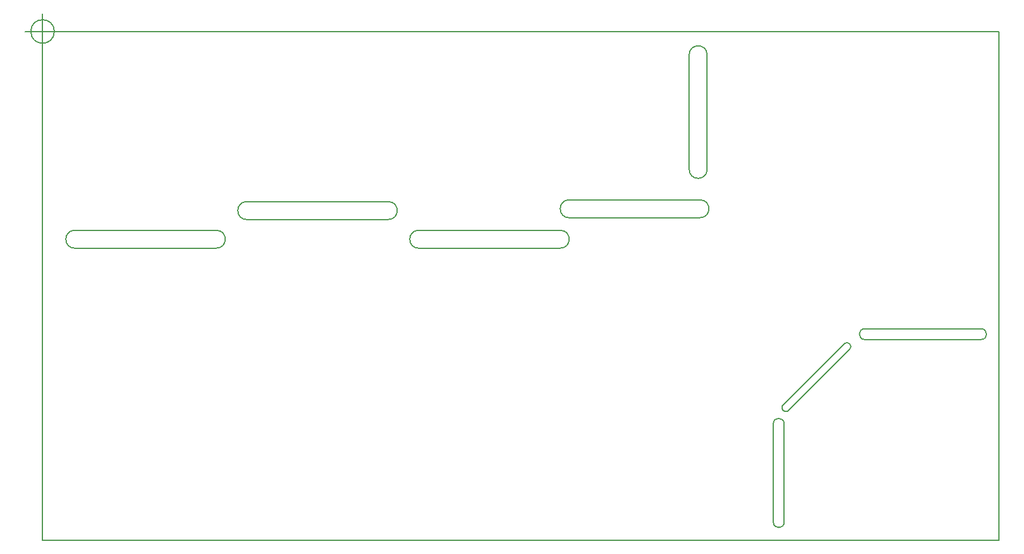
<source format=gbr>
G04 #@! TF.GenerationSoftware,KiCad,Pcbnew,5.0.2-bee76a0~70~ubuntu18.04.1*
G04 #@! TF.CreationDate,2019-10-09T11:35:59+02:00*
G04 #@! TF.ProjectId,AmpMeter,416d704d-6574-4657-922e-6b696361645f,rev?*
G04 #@! TF.SameCoordinates,Original*
G04 #@! TF.FileFunction,Profile,NP*
%FSLAX46Y46*%
G04 Gerber Fmt 4.6, Leading zero omitted, Abs format (unit mm)*
G04 Created by KiCad (PCBNEW 5.0.2-bee76a0~70~ubuntu18.04.1) date Mi 09 Okt 2019 11:35:59 CEST*
%MOMM*%
%LPD*%
G01*
G04 APERTURE LIST*
%ADD10C,0.150000*%
%ADD11C,0.200000*%
G04 APERTURE END LIST*
D10*
X123444000Y-80518000D02*
G75*
G02X121920000Y-80518000I-762000J0D01*
G01*
X121920000Y-66548000D02*
G75*
G02X123444000Y-66548000I762000J0D01*
G01*
X123444000Y-80518000D02*
X123444000Y-66548000D01*
X121920000Y-66548000D02*
X121920000Y-80518000D01*
X132080000Y-55118000D02*
G75*
G02X132842000Y-55880000I254000J-508000D01*
G01*
X123952000Y-64770000D02*
G75*
G02X123190000Y-64008000I-254000J508000D01*
G01*
X132842000Y-55880000D02*
X123951999Y-64769999D01*
X132080000Y-55118000D02*
X123190000Y-64008000D01*
X134874000Y-54610000D02*
G75*
G02X134874000Y-53086000I0J762000D01*
G01*
X151384000Y-53086000D02*
G75*
G02X151384000Y-54610000I0J-762000D01*
G01*
D11*
X134874000Y-54610000D02*
X151384000Y-54610000D01*
X151384000Y-53086000D02*
X134874000Y-53086000D01*
D10*
X22860000Y-41656000D02*
X42926000Y-41656000D01*
X22860000Y-39116000D02*
X42926000Y-39116000D01*
X22860000Y-41656000D02*
G75*
G02X22860000Y-39116000I0J1270000D01*
G01*
X42926000Y-39116000D02*
G75*
G02X42926000Y-41656000I0J-1270000D01*
G01*
X47244000Y-37592000D02*
G75*
G02X47244000Y-35052000I0J1270000D01*
G01*
X47244000Y-35052000D02*
X67310000Y-35052000D01*
X47244000Y-37592000D02*
X67310000Y-37592000D01*
X67310000Y-35052000D02*
G75*
G02X67310000Y-37592000I0J-1270000D01*
G01*
X71628000Y-39116000D02*
X91694000Y-39116000D01*
X71628000Y-41656000D02*
X91694000Y-41656000D01*
X91694000Y-39116000D02*
G75*
G02X91694000Y-41656000I0J-1270000D01*
G01*
X71628000Y-41656000D02*
G75*
G02X71628000Y-39116000I0J1270000D01*
G01*
X19954666Y-10922000D02*
G75*
G03X19954666Y-10922000I-1666666J0D01*
G01*
X15788000Y-10922000D02*
X20788000Y-10922000D01*
X18288000Y-8422000D02*
X18288000Y-13422000D01*
X112522000Y-30480000D02*
G75*
G02X109982000Y-30480000I-1270000J0D01*
G01*
X109982000Y-14224000D02*
G75*
G02X112522000Y-14224000I1270000J0D01*
G01*
D11*
X112522000Y-30480000D02*
X112522000Y-14224000D01*
X109982000Y-14224000D02*
X109982000Y-30480000D01*
D10*
X92964000Y-37338000D02*
G75*
G02X92964000Y-34798000I0J1270000D01*
G01*
X111506000Y-34798000D02*
G75*
G02X111506000Y-37338000I0J-1270000D01*
G01*
X92964000Y-37338000D02*
X111506000Y-37338000D01*
X92964000Y-34798000D02*
X111506000Y-34798000D01*
D11*
X18288000Y-10922000D02*
X153924000Y-10922000D01*
X18288000Y-83058000D02*
X18288000Y-10922000D01*
X153924000Y-83058000D02*
X18288000Y-83058000D01*
X153924000Y-10922000D02*
X153924000Y-83058000D01*
M02*

</source>
